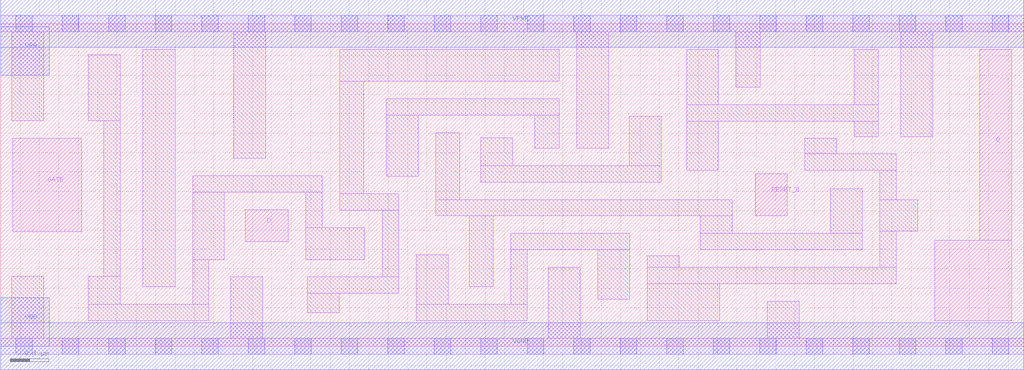
<source format=lef>
# Copyright 2020 The SkyWater PDK Authors
#
# Licensed under the Apache License, Version 2.0 (the "License");
# you may not use this file except in compliance with the License.
# You may obtain a copy of the License at
#
#     https://www.apache.org/licenses/LICENSE-2.0
#
# Unless required by applicable law or agreed to in writing, software
# distributed under the License is distributed on an "AS IS" BASIS,
# WITHOUT WARRANTIES OR CONDITIONS OF ANY KIND, either express or implied.
# See the License for the specific language governing permissions and
# limitations under the License.
#
# SPDX-License-Identifier: Apache-2.0

VERSION 5.5 ;
NAMESCASESENSITIVE ON ;
BUSBITCHARS "[]" ;
DIVIDERCHAR "/" ;
MACRO sky130_fd_sc_lp__dlrtp_lp
  CLASS CORE ;
  SOURCE USER ;
  ORIGIN  0.000000  0.000000 ;
  SIZE  10.56000 BY  3.330000 ;
  SYMMETRY X Y R90 ;
  SITE unit ;
  PIN D
    ANTENNAGATEAREA  0.318000 ;
    DIRECTION INPUT ;
    USE SIGNAL ;
    PORT
      LAYER li1 ;
        RECT 2.525000 1.080000 2.970000 1.410000 ;
    END
  END D
  PIN Q
    ANTENNADIFFAREA  0.619500 ;
    DIRECTION OUTPUT ;
    USE SIGNAL ;
    PORT
      LAYER li1 ;
        RECT  9.645000 0.265000 10.440000 1.095000 ;
        RECT 10.110000 1.095000 10.440000 3.065000 ;
    END
  END Q
  PIN RESET_B
    ANTENNAGATEAREA  0.504000 ;
    DIRECTION INPUT ;
    USE SIGNAL ;
    PORT
      LAYER li1 ;
        RECT 7.790000 1.345000 8.120000 1.780000 ;
    END
  END RESET_B
  PIN GATE
    ANTENNAGATEAREA  0.318000 ;
    DIRECTION INPUT ;
    USE CLOCK ;
    PORT
      LAYER li1 ;
        RECT 0.125000 1.180000 0.835000 2.150000 ;
    END
  END GATE
  PIN VGND
    DIRECTION INOUT ;
    USE GROUND ;
    PORT
      LAYER met1 ;
        RECT 0.000000 -0.245000 10.560000 0.245000 ;
    END
  END VGND
  PIN VNB
    DIRECTION INOUT ;
    USE GROUND ;
    PORT
      LAYER met1 ;
        RECT 0.000000 0.000000 0.500000 0.500000 ;
    END
  END VNB
  PIN VPB
    DIRECTION INOUT ;
    USE POWER ;
    PORT
      LAYER met1 ;
        RECT 0.000000 2.800000 0.500000 3.300000 ;
    END
  END VPB
  PIN VPWR
    DIRECTION INOUT ;
    USE POWER ;
    PORT
      LAYER met1 ;
        RECT 0.000000 3.085000 10.560000 3.575000 ;
    END
  END VPWR
  OBS
    LAYER li1 ;
      RECT 0.000000 -0.085000 10.560000 0.085000 ;
      RECT 0.000000  3.245000 10.560000 3.415000 ;
      RECT 0.115000  0.085000  0.445000 0.725000 ;
      RECT 0.115000  2.330000  0.445000 3.245000 ;
      RECT 0.905000  0.265000  2.150000 0.435000 ;
      RECT 0.905000  0.435000  1.235000 0.725000 ;
      RECT 0.905000  2.330000  1.235000 3.010000 ;
      RECT 1.065000  0.725000  1.235000 2.330000 ;
      RECT 1.465000  0.615000  1.800000 3.065000 ;
      RECT 1.980000  0.435000  2.150000 0.895000 ;
      RECT 1.980000  0.895000  2.310000 1.590000 ;
      RECT 1.980000  1.590000  3.320000 1.760000 ;
      RECT 2.375000  0.085000  2.705000 0.715000 ;
      RECT 2.405000  1.940000  2.735000 3.245000 ;
      RECT 3.150000  0.895000  3.760000 1.225000 ;
      RECT 3.150000  1.225000  3.320000 1.590000 ;
      RECT 3.165000  0.345000  3.495000 0.545000 ;
      RECT 3.165000  0.545000  4.110000 0.715000 ;
      RECT 3.500000  1.405000  4.110000 1.575000 ;
      RECT 3.500000  1.575000  3.750000 2.735000 ;
      RECT 3.500000  2.735000  5.765000 3.065000 ;
      RECT 3.940000  0.715000  4.110000 1.405000 ;
      RECT 3.980000  1.755000  4.310000 2.385000 ;
      RECT 3.980000  2.385000  5.765000 2.555000 ;
      RECT 4.290000  0.265000  5.435000 0.435000 ;
      RECT 4.290000  0.435000  4.620000 0.945000 ;
      RECT 4.490000  1.345000  7.550000 1.515000 ;
      RECT 4.490000  1.515000  4.740000 2.205000 ;
      RECT 4.835000  0.615000  5.085000 1.345000 ;
      RECT 4.955000  1.695000  6.820000 1.865000 ;
      RECT 4.955000  1.865000  5.285000 2.155000 ;
      RECT 5.265000  0.435000  5.435000 0.995000 ;
      RECT 5.265000  0.995000  6.495000 1.165000 ;
      RECT 5.515000  2.045000  5.765000 2.385000 ;
      RECT 5.655000  0.085000  5.985000 0.815000 ;
      RECT 5.945000  2.045000  6.275000 3.245000 ;
      RECT 6.165000  0.485000  6.495000 0.995000 ;
      RECT 6.490000  1.865000  6.820000 2.375000 ;
      RECT 6.675000  0.265000  7.425000 0.645000 ;
      RECT 6.675000  0.645000  9.245000 0.815000 ;
      RECT 6.675000  0.815000  7.005000 0.935000 ;
      RECT 7.080000  1.815000  7.410000 2.325000 ;
      RECT 7.080000  2.325000  9.060000 2.495000 ;
      RECT 7.080000  2.495000  7.410000 3.065000 ;
      RECT 7.220000  0.995000  8.895000 1.165000 ;
      RECT 7.220000  1.165000  7.550000 1.345000 ;
      RECT 7.590000  2.675000  7.840000 3.245000 ;
      RECT 7.915000  0.085000  8.245000 0.465000 ;
      RECT 8.300000  1.815000  9.245000 1.985000 ;
      RECT 8.300000  1.985000  8.630000 2.145000 ;
      RECT 8.565000  1.165000  8.895000 1.625000 ;
      RECT 8.810000  2.165000  9.060000 2.325000 ;
      RECT 8.810000  2.495000  9.060000 3.065000 ;
      RECT 9.075000  0.815000  9.245000 1.185000 ;
      RECT 9.075000  1.185000  9.465000 1.515000 ;
      RECT 9.075000  1.515000  9.245000 1.815000 ;
      RECT 9.290000  2.165000  9.620000 3.245000 ;
    LAYER mcon ;
      RECT  0.155000 -0.085000  0.325000 0.085000 ;
      RECT  0.155000  3.245000  0.325000 3.415000 ;
      RECT  0.635000 -0.085000  0.805000 0.085000 ;
      RECT  0.635000  3.245000  0.805000 3.415000 ;
      RECT  1.115000 -0.085000  1.285000 0.085000 ;
      RECT  1.115000  3.245000  1.285000 3.415000 ;
      RECT  1.595000 -0.085000  1.765000 0.085000 ;
      RECT  1.595000  3.245000  1.765000 3.415000 ;
      RECT  2.075000 -0.085000  2.245000 0.085000 ;
      RECT  2.075000  3.245000  2.245000 3.415000 ;
      RECT  2.555000 -0.085000  2.725000 0.085000 ;
      RECT  2.555000  3.245000  2.725000 3.415000 ;
      RECT  3.035000 -0.085000  3.205000 0.085000 ;
      RECT  3.035000  3.245000  3.205000 3.415000 ;
      RECT  3.515000 -0.085000  3.685000 0.085000 ;
      RECT  3.515000  3.245000  3.685000 3.415000 ;
      RECT  3.995000 -0.085000  4.165000 0.085000 ;
      RECT  3.995000  3.245000  4.165000 3.415000 ;
      RECT  4.475000 -0.085000  4.645000 0.085000 ;
      RECT  4.475000  3.245000  4.645000 3.415000 ;
      RECT  4.955000 -0.085000  5.125000 0.085000 ;
      RECT  4.955000  3.245000  5.125000 3.415000 ;
      RECT  5.435000 -0.085000  5.605000 0.085000 ;
      RECT  5.435000  3.245000  5.605000 3.415000 ;
      RECT  5.915000 -0.085000  6.085000 0.085000 ;
      RECT  5.915000  3.245000  6.085000 3.415000 ;
      RECT  6.395000 -0.085000  6.565000 0.085000 ;
      RECT  6.395000  3.245000  6.565000 3.415000 ;
      RECT  6.875000 -0.085000  7.045000 0.085000 ;
      RECT  6.875000  3.245000  7.045000 3.415000 ;
      RECT  7.355000 -0.085000  7.525000 0.085000 ;
      RECT  7.355000  3.245000  7.525000 3.415000 ;
      RECT  7.835000 -0.085000  8.005000 0.085000 ;
      RECT  7.835000  3.245000  8.005000 3.415000 ;
      RECT  8.315000 -0.085000  8.485000 0.085000 ;
      RECT  8.315000  3.245000  8.485000 3.415000 ;
      RECT  8.795000 -0.085000  8.965000 0.085000 ;
      RECT  8.795000  3.245000  8.965000 3.415000 ;
      RECT  9.275000 -0.085000  9.445000 0.085000 ;
      RECT  9.275000  3.245000  9.445000 3.415000 ;
      RECT  9.755000 -0.085000  9.925000 0.085000 ;
      RECT  9.755000  3.245000  9.925000 3.415000 ;
      RECT 10.235000 -0.085000 10.405000 0.085000 ;
      RECT 10.235000  3.245000 10.405000 3.415000 ;
  END
END sky130_fd_sc_lp__dlrtp_lp
END LIBRARY

</source>
